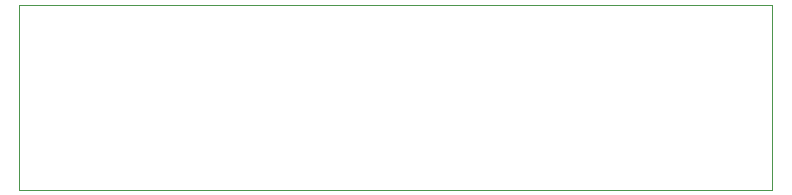
<source format=gbr>
%TF.GenerationSoftware,KiCad,Pcbnew,7.0.7*%
%TF.CreationDate,2023-09-16T00:08:42-05:00*%
%TF.ProjectId,50-to-34-pin-floppy-adapter,35302d74-6f2d-4333-942d-70696e2d666c,rev?*%
%TF.SameCoordinates,Original*%
%TF.FileFunction,Profile,NP*%
%FSLAX46Y46*%
G04 Gerber Fmt 4.6, Leading zero omitted, Abs format (unit mm)*
G04 Created by KiCad (PCBNEW 7.0.7) date 2023-09-16 00:08:42*
%MOMM*%
%LPD*%
G01*
G04 APERTURE LIST*
%TA.AperFunction,Profile*%
%ADD10C,0.100000*%
%TD*%
G04 APERTURE END LIST*
D10*
X134493000Y-59436000D02*
X198247000Y-59436000D01*
X198247000Y-75057000D01*
X134493000Y-75057000D01*
X134493000Y-59436000D01*
M02*

</source>
